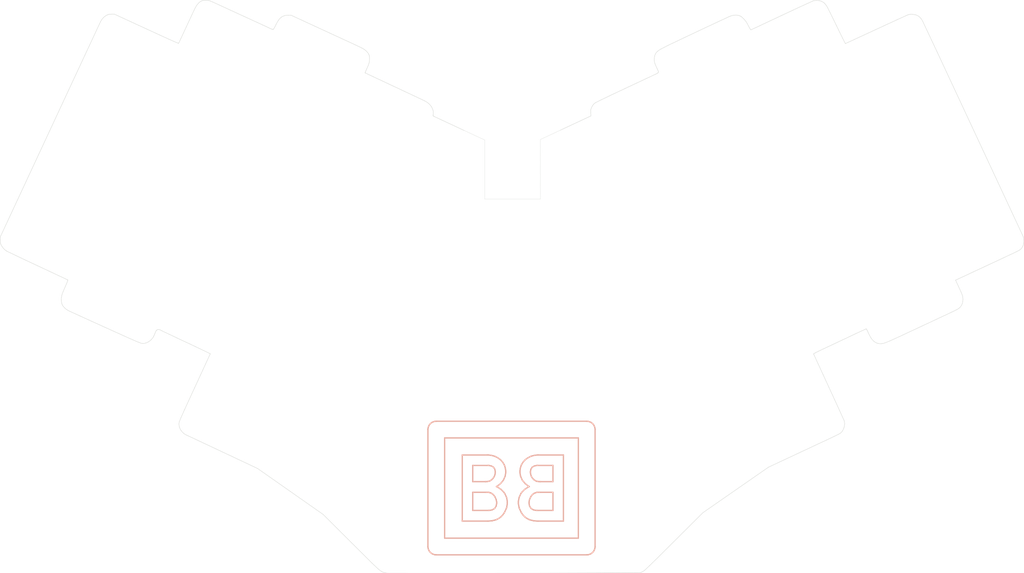
<source format=kicad_pcb>
(kicad_pcb (version 20171130) (host pcbnew "(5.1.10)-1")

  (general
    (thickness 1.6)
    (drawings 643)
    (tracks 0)
    (zones 0)
    (modules 0)
    (nets 1)
  )

  (page A4)
  (layers
    (0 F.Cu signal)
    (31 B.Cu signal)
    (32 B.Adhes user)
    (33 F.Adhes user)
    (34 B.Paste user)
    (35 F.Paste user)
    (36 B.SilkS user)
    (37 F.SilkS user)
    (38 B.Mask user)
    (39 F.Mask user)
    (40 Dwgs.User user)
    (41 Cmts.User user)
    (42 Eco1.User user)
    (43 Eco2.User user)
    (44 Edge.Cuts user)
    (45 Margin user)
    (46 B.CrtYd user)
    (47 F.CrtYd user)
    (48 B.Fab user)
    (49 F.Fab user)
  )

  (setup
    (last_trace_width 0.254)
    (trace_clearance 0.2)
    (zone_clearance 0.508)
    (zone_45_only no)
    (trace_min 0.2)
    (via_size 0.8)
    (via_drill 0.4)
    (via_min_size 0.4)
    (via_min_drill 0.3)
    (uvia_size 0.3)
    (uvia_drill 0.1)
    (uvias_allowed no)
    (uvia_min_size 0.2)
    (uvia_min_drill 0.1)
    (edge_width 0.05)
    (segment_width 0.2)
    (pcb_text_width 0.3)
    (pcb_text_size 1.5 1.5)
    (mod_edge_width 0.12)
    (mod_text_size 1 1)
    (mod_text_width 0.15)
    (pad_size 1.524 1.524)
    (pad_drill 0.762)
    (pad_to_mask_clearance 0)
    (aux_axis_origin 0 0)
    (grid_origin 145.852593 65.458404)
    (visible_elements 7FFFFFFF)
    (pcbplotparams
      (layerselection 0x010fc_ffffffff)
      (usegerberextensions false)
      (usegerberattributes true)
      (usegerberadvancedattributes true)
      (creategerberjobfile true)
      (excludeedgelayer true)
      (linewidth 0.100000)
      (plotframeref false)
      (viasonmask false)
      (mode 1)
      (useauxorigin false)
      (hpglpennumber 1)
      (hpglpenspeed 20)
      (hpglpendiameter 15.000000)
      (psnegative false)
      (psa4output false)
      (plotreference true)
      (plotvalue true)
      (plotinvisibletext false)
      (padsonsilk false)
      (subtractmaskfromsilk false)
      (outputformat 1)
      (mirror false)
      (drillshape 0)
      (scaleselection 1)
      (outputdirectory "../../cases/plates/gerbers/bottom-size-of-pcb/"))
  )

  (net 0 "")

  (net_class Default "This is the default net class."
    (clearance 0.2)
    (trace_width 0.254)
    (via_dia 0.8)
    (via_drill 0.4)
    (uvia_dia 0.3)
    (uvia_drill 0.1)
  )

  (net_class Power ""
    (clearance 0.2)
    (trace_width 0.381)
    (via_dia 0.8)
    (via_drill 0.4)
    (uvia_dia 0.3)
    (uvia_drill 0.1)
  )

  (gr_line (start 152.832593 54.888404) (end 157.58568 52.669192) (layer Edge.Cuts) (width 0.05) (tstamp 6103DB4F))
  (gr_line (start 134.697113 52.739035) (end 139.632593 55.028404) (layer Edge.Cuts) (width 0.05) (tstamp 6103DB42))
  (gr_line (start 152.842593 69.068404) (end 152.832593 54.888404) (layer Edge.Cuts) (width 0.05))
  (gr_line (start 139.622593 69.068404) (end 152.842593 69.068404) (layer Edge.Cuts) (width 0.05))
  (gr_line (start 139.632593 55.028404) (end 139.622593 69.068404) (layer Edge.Cuts) (width 0.05))
  (gr_line (start 48.359828 26.96242) (end 48.132792 27.437256) (layer Edge.Cuts) (width 0.08465))
  (gr_arc (start 50.769304 26.874833) (end 50.663568 25.110532) (angle -8.325537855) (layer Edge.Cuts) (width 0.08465))
  (gr_line (start 51.646205 25.10012) (end 51.01133 25.10012) (layer Edge.Cuts) (width 0.08465))
  (gr_line (start 69.442291 26.640943) (end 68.745445 28.14752) (layer Edge.Cuts) (width 0.08465))
  (gr_line (start 64.651515 31.079707) (end 63.272379 30.452643) (layer Edge.Cuts) (width 0.08465))
  (gr_arc (start 28.295693 78.159932) (end 25.005797 80.322503) (angle -7.046534693) (layer Edge.Cuts) (width 0.08465))
  (gr_arc (start 27.763853 78.523105) (end 24.666986 79.645313) (angle -5.195836834) (layer Edge.Cuts) (width 0.08465))
  (gr_line (start 68.745445 28.14752) (end 68.067693 29.613096) (layer Edge.Cuts) (width 0.08465))
  (gr_line (start 24.560438 78.76822) (end 24.569274 79.140393) (layer Edge.Cuts) (width 0.08465))
  (gr_line (start 48.132792 27.437256) (end 44.701983 34.803391) (layer Edge.Cuts) (width 0.08465))
  (gr_line (start 55.66708 26.951862) (end 51.646205 25.10012) (layer Edge.Cuts) (width 0.08465))
  (gr_line (start 66.86096 32.042604) (end 65.823455 31.595993) (layer Edge.Cuts) (width 0.08465))
  (gr_arc (start 66.73491 31.855805) (end 66.923449 32.029226) (angle -17.4284751) (layer Edge.Cuts) (width 0.08465))
  (gr_line (start 61.610924 29.688143) (end 59.559747 28.74406) (layer Edge.Cuts) (width 0.08465))
  (gr_line (start 65.823455 31.595993) (end 64.651515 31.079707) (layer Edge.Cuts) (width 0.08465))
  (gr_line (start 70.084015 25.26539) (end 69.442291 26.640943) (layer Edge.Cuts) (width 0.08465))
  (gr_line (start 70.625642 24.11409) (end 70.084015 25.26539) (layer Edge.Cuts) (width 0.08465))
  (gr_arc (start 73.211717 23.769084) (end 72.731613 21.846103) (angle -16.6145692) (layer Edge.Cuts) (width 0.08465))
  (gr_arc (start 66.882761 31.991801) (end 66.86096 32.042604) (angle -70.61676722) (layer Edge.Cuts) (width 0.08465))
  (gr_line (start 68.067693 29.613096) (end 67.486152 30.859087) (layer Edge.Cuts) (width 0.08465))
  (gr_line (start 70.837317 23.685171) (end 70.625642 24.11409) (layer Edge.Cuts) (width 0.08465))
  (gr_arc (start 74.156392 24.952652) (end 71.713783 22.436695) (angle -11.50037211) (layer Edge.Cuts) (width 0.08465))
  (gr_line (start 36.315826 52.822995) (end 24.562537 78.09102) (layer Edge.Cuts) (width 0.08465))
  (gr_line (start 44.701983 34.803391) (end 40.842592 43.093382) (layer Edge.Cuts) (width 0.08465))
  (gr_line (start 51.01133 25.10012) (end 50.663568 25.110532) (layer Edge.Cuts) (width 0.08465))
  (gr_arc (start 51.834713 28.648485) (end 49.034969 25.989726) (angle -8.787384875) (layer Edge.Cuts) (width 0.08465))
  (gr_arc (start 51.633431 28.457339) (end 49.458741 25.609209) (angle -9.115989941) (layer Edge.Cuts) (width 0.08465))
  (gr_line (start 57.46717 27.780738) (end 55.66708 26.951862) (layer Edge.Cuts) (width 0.08465))
  (gr_line (start 63.272379 30.452643) (end 61.610924 29.688143) (layer Edge.Cuts) (width 0.08465))
  (gr_arc (start 73.531349 24.308844) (end 72.201816 22.063665) (angle -13.5196217) (layer Edge.Cuts) (width 0.08465))
  (gr_line (start 67.486152 30.859087) (end 66.966736 31.964795) (layer Edge.Cuts) (width 0.08465))
  (gr_arc (start 27.691827 78.556871) (end 24.781339 79.921154) (angle -8.203770925) (layer Edge.Cuts) (width 0.08465))
  (gr_line (start 24.562537 78.09102) (end 24.560438 78.76822) (layer Edge.Cuts) (width 0.08465))
  (gr_arc (start 51.116627 27.780501) (end 49.91088 25.32912) (angle -11.17252704) (layer Edge.Cuts) (width 0.08465))
  (gr_arc (start 76.790377 26.752597) (end 71.261205 22.9742) (angle -7.086374656) (layer Edge.Cuts) (width 0.08465))
  (gr_arc (start 50.713257 26.605497) (end 50.409217 25.144435) (angle -9.239321652) (layer Edge.Cuts) (width 0.08465))
  (gr_line (start 40.842592 43.093382) (end 36.315826 52.822995) (layer Edge.Cuts) (width 0.08465))
  (gr_arc (start 51.927252 28.712647) (end 48.661658 26.448646) (angle -8.599953872) (layer Edge.Cuts) (width 0.08465))
  (gr_line (start 59.559747 28.74406) (end 57.46717 27.780738) (layer Edge.Cuts) (width 0.08465))
  (gr_arc (start 28.300484 78.15587) (end 25.295941 80.709758) (angle -7.041268459) (layer Edge.Cuts) (width 0.08465))
  (gr_arc (start 51.332958 28.220327) (end 50.178575 25.212207) (angle -5.196294965) (layer Edge.Cuts) (width 0.08465))
  (gr_arc (start 26.503186 79.042507) (end 24.569274 79.140393) (angle -7.948777874) (layer Edge.Cuts) (width 0.08465))
  (gr_arc (start 26.136764 79.112712) (end 24.601391 79.406889) (angle -9.072513679) (layer Edge.Cuts) (width 0.08465))
  (gr_arc (start 73.037612 23.071729) (end 72.896697 21.816366) (angle -7.61364047) (layer Edge.Cuts) (width 0.08465))
  (gr_line (start 88.545175 28.455841) (end 88.220559 28.298311) (layer Edge.Cuts) (width 0.08465))
  (gr_line (start 76.49098 22.897759) (end 75.120458 22.272117) (layer Edge.Cuts) (width 0.08465))
  (gr_line (start 85.562374 27.070518) (end 82.453806 25.642513) (layer Edge.Cuts) (width 0.08465))
  (gr_arc (start 89.318304 28.577017) (end 89.368932 28.736531) (angle -38.45317359) (layer Edge.Cuts) (width 0.08465))
  (gr_arc (start 89.314339 28.564521) (end 89.26971 28.739381) (angle -31.92631778) (layer Edge.Cuts) (width 0.08465))
  (gr_line (start 87.786898 28.09279) (end 87.324565 27.876821) (layer Edge.Cuts) (width 0.08465))
  (gr_line (start 73.61288 21.793615) (end 73.377955 21.788121) (layer Edge.Cuts) (width 0.08465))
  (gr_line (start 88.825284 28.585422) (end 88.545175 28.455841) (layer Edge.Cuts) (width 0.08465))
  (gr_line (start 73.12704 21.796592) (end 72.896697 21.816366) (layer Edge.Cuts) (width 0.08465))
  (gr_line (start 89.26971 28.739381) (end 89.071028 28.680277) (layer Edge.Cuts) (width 0.08465))
  (gr_line (start 75.120458 22.272117) (end 74.450804 21.992712) (layer Edge.Cuts) (width 0.08465))
  (gr_line (start 86.90293 27.683159) (end 85.562374 27.070518) (layer Edge.Cuts) (width 0.08465))
  (gr_line (start 79.17314 24.133677) (end 76.49098 22.897759) (layer Edge.Cuts) (width 0.08465))
  (gr_line (start 87.324565 27.876821) (end 86.90293 27.683159) (layer Edge.Cuts) (width 0.08465))
  (gr_line (start 89.071028 28.680277) (end 88.825284 28.585422) (layer Edge.Cuts) (width 0.08465))
  (gr_line (start 73.377955 21.788121) (end 73.12704 21.796592) (layer Edge.Cuts) (width 0.08465))
  (gr_line (start 89.616974 28.41877) (end 89.45715 28.670451) (layer Edge.Cuts) (width 0.08465))
  (gr_line (start 82.453806 25.642513) (end 79.17314 24.133677) (layer Edge.Cuts) (width 0.08465))
  (gr_arc (start 73.086569 25.548772) (end 74.450804 21.992712) (angle -6.985629099) (layer Edge.Cuts) (width 0.08465))
  (gr_line (start 89.806606 28.078535) (end 89.616974 28.41877) (layer Edge.Cuts) (width 0.08465))
  (gr_line (start 88.220559 28.298311) (end 87.786898 28.09279) (layer Edge.Cuts) (width 0.08465))
  (gr_arc (start 73.49732 23.901696) (end 74.008188 21.853191) (angle -10.86544512) (layer Edge.Cuts) (width 0.08465))
  (gr_line (start 111.553593 38.201024) (end 111.928298 37.350803) (layer Edge.Cuts) (width 0.08465))
  (gr_line (start 125.368195 45.730668) (end 124.887635 45.496803) (layer Edge.Cuts) (width 0.08465))
  (gr_arc (start 165.97162 47.943582) (end 164.880762 47.510532) (angle -11.95571026) (layer Edge.Cuts) (width 0.08465))
  (gr_arc (start 124.507597 48.685094) (end 127.344705 48.037212) (angle -19.0474352) (layer Edge.Cuts) (width 0.08465))
  (gr_line (start 107.314299 31.681448) (end 105.652905 30.914504) (layer Edge.Cuts) (width 0.08465))
  (gr_arc (start 110.483787 35.397256) (end 112.244356 35.317938) (angle -8.620551253) (layer Edge.Cuts) (width 0.08465))
  (gr_line (start 111.293993 38.794044) (end 111.409701 38.520206) (layer Edge.Cuts) (width 0.08465))
  (gr_line (start 113.206672 40.00715) (end 111.236819 39.079825) (layer Edge.Cuts) (width 0.08465))
  (gr_arc (start 123.346114 49.76551) (end 126.297663 46.351258) (angle -14.22474888) (layer Edge.Cuts) (width 0.08465))
  (gr_line (start 120.596488 43.475052) (end 117.96948 42.24283) (layer Edge.Cuts) (width 0.08465))
  (gr_line (start 112.253594 35.723695) (end 112.244356 35.317938) (layer Edge.Cuts) (width 0.08465))
  (gr_arc (start 167.432749 48.371591) (end 165.139579 46.976435) (angle -5.289294625) (layer Edge.Cuts) (width 0.08465))
  (gr_line (start 165.452957 46.529077) (end 165.292089 46.743172) (layer Edge.Cuts) (width 0.08465))
  (gr_line (start 101.519868 29.01021) (end 99.32227 27.9961) (layer Edge.Cuts) (width 0.08465))
  (gr_line (start 122.918843 44.567808) (end 120.596488 43.475052) (layer Edge.Cuts) (width 0.08465))
  (gr_line (start 127.334994 49.139476) (end 127.364326 48.936221) (layer Edge.Cuts) (width 0.08465))
  (gr_arc (start 111.223297 39.040057) (end 111.199356 39.030605) (angle -68.8711624) (layer Edge.Cuts) (width 0.08465))
  (gr_arc (start 97.865613 31.392214) (end 90.64227 26.557039) (angle -8.233297545) (layer Edge.Cuts) (width 0.08465))
  (gr_arc (start 93.116476 28.21323) (end 91.287677 25.863728) (angle -18.30593266) (layer Edge.Cuts) (width 0.08465))
  (gr_line (start 165.020732 47.19377) (end 164.880762 47.510532) (layer Edge.Cuts) (width 0.08465))
  (gr_line (start 165.292089 46.743172) (end 165.139579 46.976435) (layer Edge.Cuts) (width 0.08465))
  (gr_arc (start 92.637494 27.597871) (end 92.035527 25.484369) (angle -21.99839951) (layer Edge.Cuts) (width 0.08465))
  (gr_line (start 111.199356 39.030605) (end 111.293993 38.794044) (layer Edge.Cuts) (width 0.08465))
  (gr_line (start 164.79115 48.018571) (end 164.797986 48.497386) (layer Edge.Cuts) (width 0.08465))
  (gr_line (start 127.735546 49.493582) (end 127.544219 49.399474) (layer Edge.Cuts) (width 0.08465))
  (gr_line (start 103.749629 30.038167) (end 101.519868 29.01021) (layer Edge.Cuts) (width 0.08465))
  (gr_arc (start 92.928552 28.619773) (end 92.955405 25.359783) (angle -16.36992698) (layer Edge.Cuts) (width 0.08465))
  (gr_arc (start 111.289189 38.968585) (end 111.20585 39.058982) (angle -17.46333732) (layer Edge.Cuts) (width 0.08465))
  (gr_arc (start 124.01487 48.991918) (end 126.977933 47.146792) (angle -17.24640373) (layer Edge.Cuts) (width 0.08465))
  (gr_arc (start 127.553113 49.162636) (end 127.334994 49.139476) (angle -27.2834289) (layer Edge.Cuts) (width 0.08465))
  (gr_line (start 105.652905 30.914504) (end 103.749629 30.038167) (layer Edge.Cuts) (width 0.08465))
  (gr_arc (start 108.624925 36.930798) (end 111.409257 33.81214) (angle -7.798611135) (layer Edge.Cuts) (width 0.08465))
  (gr_arc (start 128.090982 48.342148) (end 127.406626 49.316081) (angle -7.750309123) (layer Edge.Cuts) (width 0.08465))
  (gr_arc (start 109.193508 35.957113) (end 112.125974 36.785717) (angle -9.42831308) (layer Edge.Cuts) (width 0.08465))
  (gr_line (start 117.96948 42.24283) (end 115.386685 41.031802) (layer Edge.Cuts) (width 0.08465))
  (gr_line (start 110.055015 32.96111) (end 108.803736 32.374506) (layer Edge.Cuts) (width 0.08465))
  (gr_line (start 124.887635 45.496803) (end 122.918843 44.567808) (layer Edge.Cuts) (width 0.08465))
  (gr_arc (start 107.41066 35.453344) (end 111.928298 37.350803) (angle -7.004633582) (layer Edge.Cuts) (width 0.08465))
  (gr_arc (start 125.167243 48.534456) (end 127.364326 48.936221) (angle -23.22624633) (layer Edge.Cuts) (width 0.08465))
  (gr_arc (start 166.441338 48.023841) (end 164.814717 47.745903) (angle -9.513423689) (layer Edge.Cuts) (width 0.08465))
  (gr_line (start 164.823255 49.293102) (end 157.58568 52.669192) (layer Edge.Cuts) (width 0.08465))
  (gr_line (start 110.43563 33.150236) (end 110.055015 32.96111) (layer Edge.Cuts) (width 0.08465))
  (gr_line (start 99.32227 27.9961) (end 97.526505 27.166289) (layer Edge.Cuts) (width 0.08465))
  (gr_line (start 108.803736 32.374506) (end 107.314299 31.681448) (layer Edge.Cuts) (width 0.08465))
  (gr_arc (start 107.852449 38.077789) (end 110.960329 33.463173) (angle -6.29476443) (layer Edge.Cuts) (width 0.08465))
  (gr_arc (start 110.068978 35.595612) (end 112.025002 34.569227) (angle -12.00279311) (layer Edge.Cuts) (width 0.08465))
  (gr_arc (start 109.486319 35.901345) (end 112.145989 34.831015) (angle -5.765947137) (layer Edge.Cuts) (width 0.08465))
  (gr_arc (start 110.98607 35.297799) (end 112.212577 35.054942) (angle -10.72115108) (layer Edge.Cuts) (width 0.08465))
  (gr_arc (start 127.499939 49.183285) (end 127.348643 49.242037) (angle -33.68294948) (layer Edge.Cuts) (width 0.08465))
  (gr_line (start 129.745101 50.432037) (end 127.735546 49.493582) (layer Edge.Cuts) (width 0.08465))
  (gr_line (start 134.697113 52.739035) (end 132.030441 51.497791) (layer Edge.Cuts) (width 0.08465))
  (gr_arc (start 107.119421 35.726302) (end 112.222096 36.294146) (angle -6.379039354) (layer Edge.Cuts) (width 0.08465))
  (gr_line (start 111.409701 38.520206) (end 111.553593 38.201024) (layer Edge.Cuts) (width 0.08465))
  (gr_line (start 115.386685 41.031802) (end 113.206672 40.00715) (layer Edge.Cuts) (width 0.08465))
  (gr_line (start 164.797986 48.497386) (end 164.823255 49.293102) (layer Edge.Cuts) (width 0.08465))
  (gr_line (start 90.024303 27.641286) (end 89.806606 28.078535) (layer Edge.Cuts) (width 0.08465))
  (gr_line (start 132.030441 51.497791) (end 129.745101 50.432037) (layer Edge.Cuts) (width 0.08465))
  (gr_line (start 93.632605 25.365361) (end 92.955405 25.359783) (layer Edge.Cuts) (width 0.08465))
  (gr_line (start 97.526505 27.166289) (end 93.632605 25.365361) (layer Edge.Cuts) (width 0.08465))
  (gr_arc (start 109.096166 36.402973) (end 111.768792 34.184893) (angle -8.551435048) (layer Edge.Cuts) (width 0.08465))
  (gr_line (start 197.609723 25.70813) (end 195.207197 26.823341) (layer Edge.Cuts) (width 0.08465))
  (gr_line (start 202.408622 28.256332) (end 202.187595 27.83661) (layer Edge.Cuts) (width 0.08465))
  (gr_line (start 202.895822 28.806052) (end 202.816535 28.840476) (layer Edge.Cuts) (width 0.08465))
  (gr_line (start 220.630394 22.937071) (end 220.441395 22.700822) (layer Edge.Cuts) (width 0.08465))
  (gr_line (start 217.415962 22.025971) (end 215.314336 22.988605) (layer Edge.Cuts) (width 0.08465))
  (gr_arc (start 199.22928 28.572335) (end 199.033096 25.334825) (angle -8.88189692) (layer Edge.Cuts) (width 0.08465))
  (gr_arc (start 198.5705 28.986367) (end 201.643886 26.876728) (angle -6.413161048) (layer Edge.Cuts) (width 0.08465))
  (gr_line (start 215.314336 22.988605) (end 212.905481 24.103052) (layer Edge.Cuts) (width 0.08465))
  (gr_line (start 202.756571 28.822188) (end 202.597855 28.579543) (layer Edge.Cuts) (width 0.08465))
  (gr_line (start 179.972073 36.697549) (end 180.053374 36.939775) (layer Edge.Cuts) (width 0.08465))
  (gr_arc (start 182.45854 35.677867) (end 180.095306 34.657205) (angle -11.09936146) (layer Edge.Cuts) (width 0.08465))
  (gr_arc (start 199.234382 29.214314) (end 197.994348 25.554375) (angle -6.14453101) (layer Edge.Cuts) (width 0.08465))
  (gr_arc (start 199.286707 27.400145) (end 200.712593 25.856535) (angle -8.411824735) (layer Edge.Cuts) (width 0.08465))
  (gr_line (start 178.036061 40.378559) (end 175.672974 41.487647) (layer Edge.Cuts) (width 0.08465))
  (gr_line (start 201.389013 26.54664) (end 201.055035 26.186659) (layer Edge.Cuts) (width 0.08465))
  (gr_line (start 180.398855 39.267794) (end 180.078426 39.419583) (layer Edge.Cuts) (width 0.08465))
  (gr_arc (start 180.114185 38.35655) (end 180.588695 39.167098) (angle -10.16470575) (layer Edge.Cuts) (width 0.08465))
  (gr_line (start 180.339468 37.62252) (end 180.495132 37.947747) (layer Edge.Cuts) (width 0.08465))
  (gr_arc (start 183.83797 37.747491) (end 181.44237 33.394341) (angle -12.2007128) (layer Edge.Cuts) (width 0.08465))
  (gr_line (start 180.185151 37.269224) (end 180.339468 37.62252) (layer Edge.Cuts) (width 0.08465))
  (gr_arc (start 199.707712 26.783389) (end 200.471443 25.664552) (angle -11.08427078) (layer Edge.Cuts) (width 0.08465))
  (gr_line (start 183.222163 32.481642) (end 181.44237 33.394341) (layer Edge.Cuts) (width 0.08465))
  (gr_line (start 202.187595 27.83661) (end 201.886125 27.268501) (layer Edge.Cuts) (width 0.08465))
  (gr_line (start 180.053374 36.939775) (end 180.185151 37.269224) (layer Edge.Cuts) (width 0.08465))
  (gr_arc (start 181.783677 35.386402) (end 180.576497 33.998943) (angle -25.61539701) (layer Edge.Cuts) (width 0.08465))
  (gr_arc (start 199.617256 30.34437) (end 198.535583 25.403938) (angle -6.367360051) (layer Edge.Cuts) (width 0.08465))
  (gr_arc (start 218.46346 25.26921) (end 218.346318 21.845923) (angle -11.02001997) (layer Edge.Cuts) (width 0.08465))
  (gr_line (start 220.441395 22.700822) (end 220.253127 22.494956) (layer Edge.Cuts) (width 0.08465))
  (gr_arc (start 202.797954 28.793947) (end 202.756571 28.822188) (angle -77.45895619) (layer Edge.Cuts) (width 0.08465))
  (gr_line (start 210.117935 25.409248) (end 207.349462 26.712449) (layer Edge.Cuts) (width 0.08465))
  (gr_arc (start 218.484003 24.678912) (end 219.574725 22.065675) (angle -12.5215507) (layer Edge.Cuts) (width 0.08465))
  (gr_arc (start 166.71383 47.54297) (end 165.596225 46.373039) (angle -7.506957317) (layer Edge.Cuts) (width 0.08465))
  (gr_arc (start 166.635477 47.460951) (end 165.954972 46.11912) (angle -16.79785505) (layer Edge.Cuts) (width 0.08465))
  (gr_line (start 167.312463 45.441912) (end 165.954972 46.11912) (layer Edge.Cuts) (width 0.08465))
  (gr_line (start 169.372666 44.449519) (end 167.312463 45.441912) (layer Edge.Cuts) (width 0.08465))
  (gr_arc (start 199.201669 28.116744) (end 199.501381 25.345885) (angle -9.641084672) (layer Edge.Cuts) (width 0.08465))
  (gr_arc (start 199.217295 27.972284) (end 199.954735 25.435582) (angle -10.03615485) (layer Edge.Cuts) (width 0.08465))
  (gr_line (start 207.349462 26.712449) (end 205.002249 27.816208) (layer Edge.Cuts) (width 0.08465))
  (gr_line (start 172.949655 42.765122) (end 169.372666 44.449519) (layer Edge.Cuts) (width 0.08465))
  (gr_line (start 192.431004 28.12092) (end 189.235835 29.627044) (layer Edge.Cuts) (width 0.08465))
  (gr_arc (start 219.368138 23.360179) (end 220.253127 22.494956) (angle -9.463318566) (layer Edge.Cuts) (width 0.08465))
  (gr_line (start 175.672974 41.487647) (end 172.949655 42.765122) (layer Edge.Cuts) (width 0.08465))
  (gr_line (start 180.588695 39.167098) (end 180.398855 39.267794) (layer Edge.Cuts) (width 0.08465))
  (gr_arc (start 182.514938 35.958318) (end 179.878239 36.204169) (angle -10.88259518) (layer Edge.Cuts) (width 0.08465))
  (gr_line (start 205.002249 27.816208) (end 202.895822 28.806052) (layer Edge.Cuts) (width 0.08465))
  (gr_arc (start 180.640634 38.85424) (end 180.81073 38.976704) (angle -27.60264347) (layer Edge.Cuts) (width 0.08465))
  (gr_line (start 180.078426 39.419583) (end 178.036061 40.378559) (layer Edge.Cuts) (width 0.08465))
  (gr_arc (start 180.377612 38.664872) (end 180.724291 39.070635) (angle -13.73703342) (layer Edge.Cuts) (width 0.08465))
  (gr_arc (start 180.604935 38.849127) (end 180.848112 38.883954) (angle -25.93651145) (layer Edge.Cuts) (width 0.08465))
  (gr_line (start 202.597855 28.579543) (end 202.408622 28.256332) (layer Edge.Cuts) (width 0.08465))
  (gr_line (start 180.755152 38.534034) (end 180.838851 38.774087) (layer Edge.Cuts) (width 0.08465))
  (gr_line (start 195.207197 26.823341) (end 192.431004 28.12092) (layer Edge.Cuts) (width 0.08465))
  (gr_arc (start 199.259191 27.828169) (end 200.242097 25.538594) (angle -7.024095905) (layer Edge.Cuts) (width 0.08465))
  (gr_line (start 201.055035 26.186659) (end 200.712593 25.856535) (layer Edge.Cuts) (width 0.08465))
  (gr_line (start 212.905481 24.103052) (end 210.117935 25.409248) (layer Edge.Cuts) (width 0.08465))
  (gr_arc (start 218.590934 24.42272) (end 220.098827 22.361225) (angle -13.52898553) (layer Edge.Cuts) (width 0.08465))
  (gr_arc (start 218.449808 24.870261) (end 218.982214 21.891356) (angle -12.0930705) (layer Edge.Cuts) (width 0.08465))
  (gr_line (start 180.638365 38.25) (end 180.755152 38.534034) (layer Edge.Cuts) (width 0.08465))
  (gr_line (start 180.495132 37.947747) (end 180.638365 38.25) (layer Edge.Cuts) (width 0.08465))
  (gr_arc (start 183.387497 35.876961) (end 179.869428 35.664478) (angle -8.783265638) (layer Edge.Cuts) (width 0.08465))
  (gr_line (start 189.235835 29.627044) (end 183.222163 32.481642) (layer Edge.Cuts) (width 0.08465))
  (gr_arc (start 218.021073 23.349951) (end 217.69411 21.931439) (angle -11.58244037) (layer Edge.Cuts) (width 0.08465))
  (gr_arc (start 183.369867 35.875897) (end 179.943022 35.131246) (angle -8.803404077) (layer Edge.Cuts) (width 0.08465))
  (gr_arc (start 197.668263 29.605682) (end 201.886125 27.268501) (angle -5.475059635) (layer Edge.Cuts) (width 0.08465))
  (gr_line (start 235.839192 102.74338) (end 238.170563 101.680848) (layer Edge.Cuts) (width 0.08465))
  (gr_arc (start 264.711773 78.988875) (end 267.617196 78.818769) (angle -14.61806979) (layer Edge.Cuts) (width 0.08465))
  (gr_line (start 265.868753 81.551506) (end 266.595019 81.163603) (layer Edge.Cuts) (width 0.08465))
  (gr_line (start 234.624925 103.232604) (end 235.839192 102.74338) (layer Edge.Cuts) (width 0.08465))
  (gr_line (start 238.170563 101.680848) (end 246.849105 97.622145) (layer Edge.Cuts) (width 0.08465))
  (gr_line (start 247.043875 34.138555) (end 243.627836 26.874236) (layer Edge.Cuts) (width 0.08465))
  (gr_arc (start 241.318925 27.509738) (end 242.639706 25.620263) (angle -18.31504159) (layer Edge.Cuts) (width 0.08465))
  (gr_arc (start 263.068199 79.521921) (end 267.480216 78.09102) (angle -7.001428013) (layer Edge.Cuts) (width 0.08465))
  (gr_arc (start 265.85813 79.893449) (end 266.595019 81.163603) (angle -18.59602354) (layer Edge.Cuts) (width 0.08465))
  (gr_arc (start 233.507584 101.154862) (end 232.045864 102.879924) (angle -23.71520078) (layer Edge.Cuts) (width 0.08465))
  (gr_arc (start 234.34457 100.167085) (end 231.317264 102.032283) (angle -18.08570664) (layer Edge.Cuts) (width 0.08465))
  (gr_line (start 252.072704 89.77272) (end 251.81497 89.220259) (layer Edge.Cuts) (width 0.08465))
  (gr_line (start 220.790767 23.170409) (end 220.630394 22.937071) (layer Edge.Cuts) (width 0.08465))
  (gr_arc (start 265.116869 79.242612) (end 266.96159 80.8623) (angle -16.46067471) (layer Edge.Cuts) (width 0.08465))
  (gr_arc (start 216.750572 25.71615) (end 221.011771 23.560657) (angle -5.382979713) (layer Edge.Cuts) (width 0.08465))
  (gr_line (start 221.631494 24.794012) (end 221.011771 23.560657) (layer Edge.Cuts) (width 0.08465))
  (gr_line (start 250.562413 95.880799) (end 251.592477 95.375833) (layer Edge.Cuts) (width 0.08465))
  (gr_line (start 222.359511 26.267747) (end 221.631494 24.794012) (layer Edge.Cuts) (width 0.08465))
  (gr_line (start 223.155406 27.908155) (end 222.359511 26.267747) (layer Edge.Cuts) (width 0.08465))
  (gr_line (start 258.31918 85.094942) (end 264.381698 82.263141) (layer Edge.Cuts) (width 0.08465))
  (gr_line (start 223.93183 29.509174) (end 223.155406 27.908155) (layer Edge.Cuts) (width 0.08465))
  (gr_line (start 224.598061 30.857166) (end 223.93183 29.509174) (layer Edge.Cuts) (width 0.08465))
  (gr_line (start 225.198177 32.055814) (end 224.598061 30.857166) (layer Edge.Cuts) (width 0.08465))
  (gr_arc (start 251.437311 88.356881) (end 251.41915 88.318023) (angle -15.62231924) (layer Edge.Cuts) (width 0.08465))
  (gr_arc (start 225.243423 32.033134) (end 225.198177 32.055814) (angle -63.37682844) (layer Edge.Cuts) (width 0.08465))
  (gr_line (start 235.209062 27.494968) (end 232.44511 28.77529) (layer Edge.Cuts) (width 0.08465))
  (gr_arc (start 225.243423 31.939385) (end 225.243423 32.083745) (angle -24.66504482) (layer Edge.Cuts) (width 0.08465))
  (gr_line (start 227.390926 31.111887) (end 225.303666 32.070574) (layer Edge.Cuts) (width 0.08465))
  (gr_arc (start 240.990448 28.608833) (end 241.979047 25.300933) (angle -13.53263969) (layer Edge.Cuts) (width 0.08465))
  (gr_arc (start 250.370353 92.952247) (end 252.985343 93.88949) (angle -10.54940494) (layer Edge.Cuts) (width 0.08465))
  (gr_line (start 255.673028 86.330335) (end 258.31918 85.094942) (layer Edge.Cuts) (width 0.08465))
  (gr_arc (start 249.925958 92.900524) (end 253.110556 92.343269) (angle -9.395366338) (layer Edge.Cuts) (width 0.08465))
  (gr_line (start 229.708023 30.043811) (end 227.390926 31.111887) (layer Edge.Cuts) (width 0.08465))
  (gr_line (start 232.44511 28.77529) (end 229.708023 30.043811) (layer Edge.Cuts) (width 0.08465))
  (gr_line (start 237.613265 26.38844) (end 235.209062 27.494968) (layer Edge.Cuts) (width 0.08465))
  (gr_arc (start 264.637483 79.020873) (end 267.344933 80.273201) (angle -14.22292247) (layer Edge.Cuts) (width 0.08465))
  (gr_arc (start 250.15069 92.861201) (end 253.15553 92.861202) (angle -9.925440461) (layer Edge.Cuts) (width 0.08465))
  (gr_line (start 251.41915 88.318023) (end 253.443592 87.371866) (layer Edge.Cuts) (width 0.08465))
  (gr_line (start 239.689697 25.4378) (end 237.613265 26.38844) (layer Edge.Cuts) (width 0.08465))
  (gr_line (start 264.381698 82.263141) (end 265.868753 81.551506) (layer Edge.Cuts) (width 0.08465))
  (gr_line (start 240.03478 25.29576) (end 239.689697 25.4378) (layer Edge.Cuts) (width 0.08465))
  (gr_arc (start 233.503861 100.140715) (end 233.813005 103.415008) (angle -14.53612546) (layer Edge.Cuts) (width 0.08465))
  (gr_line (start 256.582912 54.609008) (end 247.043875 34.138555) (layer Edge.Cuts) (width 0.08465))
  (gr_arc (start 264.524926 78.999812) (end 267.569633 79.569606) (angle -13.95053869) (layer Edge.Cuts) (width 0.08465))
  (gr_line (start 253.443592 87.371866) (end 255.673028 86.330335) (layer Edge.Cuts) (width 0.08465))
  (gr_line (start 252.692946 91.121295) (end 252.072704 89.77272) (layer Edge.Cuts) (width 0.08465))
  (gr_arc (start 250.505583 93.000714) (end 252.773682 94.340438) (angle -10.85126764) (layer Edge.Cuts) (width 0.08465))
  (gr_arc (start 250.487229 92.989875) (end 252.480545 94.744463) (angle -10.78586721) (layer Edge.Cuts) (width 0.08465))
  (gr_line (start 246.849105 97.622145) (end 250.562413 95.880799) (layer Edge.Cuts) (width 0.08465))
  (gr_arc (start 251.414402 88.33022) (end 251.409357 88.32435) (angle -73.91768699) (layer Edge.Cuts) (width 0.08465))
  (gr_line (start 251.81497 89.220259) (end 251.599741 88.753653) (layer Edge.Cuts) (width 0.08465))
  (gr_line (start 251.599741 88.753653) (end 251.407363 88.333441) (layer Edge.Cuts) (width 0.08465))
  (gr_arc (start 251.035729 93.472686) (end 252.118937 95.063777) (angle -14.39779316) (layer Edge.Cuts) (width 0.08465))
  (gr_arc (start 241.020148 27.977396) (end 240.300153 25.212666) (angle -5.579048266) (layer Edge.Cuts) (width 0.08465))
  (gr_arc (start 240.753243 26.952495) (end 240.54337 25.166928) (angle -7.893152874) (layer Edge.Cuts) (width 0.08465))
  (gr_arc (start 240.811062 27.444419) (end 240.815812 25.151255) (angle -6.822369787) (layer Edge.Cuts) (width 0.08465))
  (gr_line (start 241.177555 25.16144) (end 240.815812 25.151255) (layer Edge.Cuts) (width 0.08465))
  (gr_arc (start 249.368719 91.024076) (end 251.592477 95.375833) (angle -7.179790816) (layer Edge.Cuts) (width 0.08465))
  (gr_arc (start 233.577435 100.919954) (end 232.863101 103.322143) (angle -21.95434555) (layer Edge.Cuts) (width 0.08465))
  (gr_arc (start 241.247797 27.611489) (end 243.180843 26.139849) (angle -17.76339221) (layer Edge.Cuts) (width 0.08465))
  (gr_arc (start 249.806276 92.861203) (end 253.112736 93.394887) (angle -9.16884704) (layer Edge.Cuts) (width 0.08465))
  (gr_arc (start 239.884062 28.649699) (end 243.627836 26.874236) (angle -11.90976922) (layer Edge.Cuts) (width 0.08465))
  (gr_line (start 252.976866 91.830871) (end 252.692946 91.121295) (layer Edge.Cuts) (width 0.08465))
  (gr_line (start 267.272897 77.563892) (end 256.582912 54.609008) (layer Edge.Cuts) (width 0.08465))
  (gr_line (start 224.871973 121.540204) (end 223.851983 119.289727) (layer Edge.Cuts) (width 0.08465))
  (gr_line (start 184.50438 150.463992) (end 191.403355 143.585174) (layer Edge.Cuts) (width 0.08465))
  (gr_line (start 178.691963 156.214856) (end 180.539038 154.409794) (layer Edge.Cuts) (width 0.08465))
  (gr_line (start 93.463305 138.540999) (end 101.251105 144.004031) (layer Edge.Cuts) (width 0.08465))
  (gr_line (start 135.260148 157.947668) (end 152.676737 157.934803) (layer Edge.Cuts) (width 0.08465))
  (gr_arc (start 221.674662 122.377566) (end 224.888858 123.409665) (angle -14.5799513) (layer Edge.Cuts) (width 0.08465))
  (gr_line (start 226.259638 101.714914) (end 227.749684 101.014624) (layer Edge.Cuts) (width 0.08465))
  (gr_line (start 101.251105 144.004031) (end 107.98078 150.722943) (layer Edge.Cuts) (width 0.08465))
  (gr_arc (start 218.445649 105.679567) (end 217.714085 105.892566) (angle -8.378408878) (layer Edge.Cuts) (width 0.08465))
  (gr_line (start 221.311943 113.74371) (end 219.944605 110.775041) (layer Edge.Cuts) (width 0.08465))
  (gr_arc (start 223.32955 122.238471) (end 224.960938 121.78546) (angle -8.837501806) (layer Edge.Cuts) (width 0.08465))
  (gr_line (start 222.682706 116.725571) (end 221.311943 113.74371) (layer Edge.Cuts) (width 0.08465))
  (gr_arc (start 68.512376 122.474012) (end 67.104578 121.949896) (angle -20.42009445) (layer Edge.Cuts) (width 0.08465))
  (gr_arc (start 116.780061 153.597207) (end 115.990493 157.868383) (angle -10.4471749) (layer Edge.Cuts) (width 0.08465))
  (gr_arc (start 117.905525 152.868439) (end 114.287041 156.92459) (angle -11.36937684) (layer Edge.Cuts) (width 0.08465))
  (gr_arc (start 222.903437 123.12217) (end 224.025646 124.698168) (angle -21.85987385) (layer Edge.Cuts) (width 0.08465))
  (gr_line (start 177.576131 157.262919) (end 178.691963 156.214856) (layer Edge.Cuts) (width 0.08465))
  (gr_line (start 85.675505 133.077967) (end 93.463305 138.540999) (layer Edge.Cuts) (width 0.08465))
  (gr_line (start 77.464455 129.210902) (end 85.675505 133.077967) (layer Edge.Cuts) (width 0.08465))
  (gr_arc (start 70.086344 122.317047) (end 68.070529 124.668375) (angle -15.8187189) (layer Edge.Cuts) (width 0.08465))
  (gr_arc (start 240.538916 96.350582) (end 230.625134 100.713783) (angle -7.88330967) (layer Edge.Cuts) (width 0.08465))
  (gr_line (start 230.48127 100.397382) (end 230.625134 100.713783) (layer Edge.Cuts) (width 0.08465))
  (gr_line (start 116.77807 157.940749) (end 135.260148 157.947668) (layer Edge.Cuts) (width 0.08465))
  (gr_arc (start 116.458111 155.338793) (end 115.15765 157.558319) (angle -19.8934018) (layer Edge.Cuts) (width 0.08465))
  (gr_line (start 74.283801 127.713253) (end 77.464455 129.210902) (layer Edge.Cuts) (width 0.08465))
  (gr_line (start 217.753501 105.793431) (end 218.181639 105.553156) (layer Edge.Cuts) (width 0.08465))
  (gr_line (start 167.024155 157.883208) (end 176.589605 157.83132) (layer Edge.Cuts) (width 0.08465))
  (gr_line (start 214.72443 129.13713) (end 220.798928 126.290235) (layer Edge.Cuts) (width 0.08465))
  (gr_line (start 107.98078 150.722943) (end 112.832337 155.554935) (layer Edge.Cuts) (width 0.08465))
  (gr_line (start 69.141177 125.293518) (end 71.528638 126.416628) (layer Edge.Cuts) (width 0.08465))
  (gr_arc (start 217.797429 105.8683) (end 217.753501 105.793431) (angle -75.83182132) (layer Edge.Cuts) (width 0.08465))
  (gr_arc (start 222.634108 122.431582) (end 225.045163 122.567317) (angle -18.7412743) (layer Edge.Cuts) (width 0.08465))
  (gr_arc (start 222.278397 122.244384) (end 223.622562 124.94015) (angle -8.951463178) (layer Edge.Cuts) (width 0.08465))
  (gr_line (start 230.232836 99.909242) (end 230.3498 100.130853) (layer Edge.Cuts) (width 0.08465))
  (gr_line (start 180.539038 154.409794) (end 184.50438 150.463992) (layer Edge.Cuts) (width 0.08465))
  (gr_line (start 230.3498 100.130853) (end 230.48127 100.397382) (layer Edge.Cuts) (width 0.08465))
  (gr_line (start 220.798928 126.290235) (end 222.65481 125.412305) (layer Edge.Cuts) (width 0.08465))
  (gr_arc (start 230.197945 99.928017) (end 230.232836 99.909242) (angle -61.71482577) (layer Edge.Cuts) (width 0.08465))
  (gr_line (start 219.944605 110.775041) (end 218.786924 108.253683) (layer Edge.Cuts) (width 0.08465))
  (gr_line (start 224.603733 102.495483) (end 226.259638 101.714914) (layer Edge.Cuts) (width 0.08465))
  (gr_line (start 223.851983 119.289727) (end 222.682706 116.725571) (layer Edge.Cuts) (width 0.08465))
  (gr_arc (start 221.811466 122.421491) (end 224.53176 124.167009) (angle -14.88464819) (layer Edge.Cuts) (width 0.08465))
  (gr_line (start 152.676737 157.934803) (end 167.024155 157.883208) (layer Edge.Cuts) (width 0.08465))
  (gr_line (start 68.78783 125.128828) (end 69.141177 125.293518) (layer Edge.Cuts) (width 0.08465))
  (gr_arc (start 176.242435 155.809049) (end 177.097505 157.587065) (angle -16.84800415) (layer Edge.Cuts) (width 0.08465))
  (gr_arc (start 70.020277 122.341393) (end 67.135655 123.271794) (angle -15.92956839) (layer Edge.Cuts) (width 0.08465))
  (gr_arc (start 230.197945 100.005506) (end 230.197945 99.888395) (angle -24.8605298) (layer Edge.Cuts) (width 0.08465))
  (gr_line (start 112.832337 155.554935) (end 114.287041 156.92459) (layer Edge.Cuts) (width 0.08465))
  (gr_line (start 229.014699 100.424935) (end 230.148711 99.899248) (layer Edge.Cuts) (width 0.08465))
  (gr_line (start 220.030315 104.650522) (end 221.200503 104.099282) (layer Edge.Cuts) (width 0.08465))
  (gr_line (start 222.65481 125.412305) (end 223.622562 124.94015) (layer Edge.Cuts) (width 0.08465))
  (gr_line (start 206.978955 132.765527) (end 214.72443 129.13713) (layer Edge.Cuts) (width 0.08465))
  (gr_line (start 71.528638 126.416628) (end 74.283801 127.713253) (layer Edge.Cuts) (width 0.08465))
  (gr_line (start 191.403355 143.585174) (end 199.191155 138.175351) (layer Edge.Cuts) (width 0.08465))
  (gr_arc (start 69.609085 122.474015) (end 67.01018 122.474013) (angle -17.87660897) (layer Edge.Cuts) (width 0.08465))
  (gr_line (start 227.749684 101.014624) (end 229.014699 100.424935) (layer Edge.Cuts) (width 0.08465))
  (gr_line (start 221.200503 104.099282) (end 222.831591 103.330687) (layer Edge.Cuts) (width 0.08465))
  (gr_line (start 218.786924 108.253683) (end 217.752929 105.996889) (layer Edge.Cuts) (width 0.08465))
  (gr_line (start 176.589605 157.83132) (end 177.097505 157.587065) (layer Edge.Cuts) (width 0.08465))
  (gr_arc (start 70.126376 122.270353) (end 67.501779 124.027767) (angle -15.58718841) (layer Edge.Cuts) (width 0.08465))
  (gr_line (start 199.191155 138.175351) (end 206.978955 132.765527) (layer Edge.Cuts) (width 0.08465))
  (gr_line (start 218.181639 105.553156) (end 218.850666 105.212685) (layer Edge.Cuts) (width 0.08465))
  (gr_line (start 222.831591 103.330687) (end 224.603733 102.495483) (layer Edge.Cuts) (width 0.08465))
  (gr_line (start 218.850666 105.212685) (end 220.030315 104.650522) (layer Edge.Cuts) (width 0.08465))
  (gr_line (start 61.50865 100.509924) (end 61.61396 100.313582) (layer Edge.Cuts) (width 0.08465))
  (gr_line (start 61.295465 100.998031) (end 61.397522 100.746954) (layer Edge.Cuts) (width 0.08465))
  (gr_line (start 61.192503 101.256202) (end 61.295465 100.998031) (layer Edge.Cuts) (width 0.08465))
  (gr_arc (start 42.395828 92.304058) (end 39.560873 94.574233) (angle -7.860189472) (layer Edge.Cuts) (width 0.08465))
  (gr_arc (start 40.46113 88.463434) (end 40.623317 88.286832) (angle -17.31613578) (layer Edge.Cuts) (width 0.08465))
  (gr_arc (start 59.793287 101.145477) (end 60.889411 101.87767) (angle -6.977615131) (layer Edge.Cuts) (width 0.08465))
  (gr_line (start 55.063006 102.069335) (end 56.905865 102.876179) (layer Edge.Cuts) (width 0.08465))
  (gr_line (start 39.092775 93.101233) (end 39.12065 93.470037) (layer Edge.Cuts) (width 0.08465))
  (gr_line (start 28.323707 82.488175) (end 30.696318 83.613343) (layer Edge.Cuts) (width 0.08465))
  (gr_line (start 43.536388 96.842567) (end 46.338016 98.119957) (layer Edge.Cuts) (width 0.08465))
  (gr_line (start 70.701357 113.948701) (end 68.330611 119.102182) (layer Edge.Cuts) (width 0.08465))
  (gr_arc (start 40.589093 88.324098) (end 40.636518 88.34173) (angle -67.83193612) (layer Edge.Cuts) (width 0.08465))
  (gr_line (start 67.509775 120.942724) (end 67.104578 121.949896) (layer Edge.Cuts) (width 0.08465))
  (gr_line (start 68.330611 119.102182) (end 67.509775 120.942724) (layer Edge.Cuts) (width 0.08465))
  (gr_arc (start 41.884737 93.192006) (end 39.12065 93.470037) (angle -5.939554663) (layer Edge.Cuts) (width 0.08465))
  (gr_arc (start 42.495403 92.244125) (end 40.300689 95.274734) (angle -7.896357632) (layer Edge.Cuts) (width 0.08465))
  (gr_line (start 36.177504 86.181882) (end 38.48778 87.267937) (layer Edge.Cuts) (width 0.08465))
  (gr_line (start 72.119245 110.871858) (end 70.701357 113.948701) (layer Edge.Cuts) (width 0.08465))
  (gr_line (start 73.319078 108.266393) (end 72.119245 110.871858) (layer Edge.Cuts) (width 0.08465))
  (gr_line (start 74.397734 105.92299) (end 73.319078 108.266393) (layer Edge.Cuts) (width 0.08465))
  (gr_arc (start 58.337082 100.599202) (end 59.131255 103.260321) (angle -14.7130201) (layer Edge.Cuts) (width 0.08465))
  (gr_arc (start 41.300232 93.181392) (end 39.321075 94.205263) (angle -11.33325466) (layer Edge.Cuts) (width 0.08465))
  (gr_arc (start 41.033884 93.367954) (end 39.16426 93.75457) (angle -7.335708046) (layer Edge.Cuts) (width 0.08465))
  (gr_line (start 40.048813 89.779728) (end 39.49422 91.062311) (layer Edge.Cuts) (width 0.08465))
  (gr_arc (start 57.450709 99.580663) (end 60.376122 102.503483) (angle -11.23220104) (layer Edge.Cuts) (width 0.08465))
  (gr_line (start 74.429391 105.849712) (end 74.397734 105.92299) (layer Edge.Cuts) (width 0.08465))
  (gr_line (start 63.012578 100.385259) (end 64.660611 101.170931) (layer Edge.Cuts) (width 0.08465))
  (gr_arc (start 63.841269 98.650418) (end 62.779192 100.253039) (angle -8.000281668) (layer Edge.Cuts) (width 0.08465))
  (gr_line (start 33.446455 84.903709) (end 36.177504 86.181882) (layer Edge.Cuts) (width 0.08465))
  (gr_line (start 60.970241 101.739089) (end 61.078664 101.514522) (layer Edge.Cuts) (width 0.08465))
  (gr_line (start 56.905865 102.876179) (end 57.899164 103.263057) (layer Edge.Cuts) (width 0.08465))
  (gr_arc (start 62.018952 100.544763) (end 61.689207 100.215018) (angle -15.28101747) (layer Edge.Cuts) (width 0.08465))
  (gr_arc (start 74.38901 105.833386) (end 74.429391 105.849712) (angle -86.06775004) (layer Edge.Cuts) (width 0.08465))
  (gr_line (start 72.813704 105.019499) (end 74.408067 105.79422) (layer Edge.Cuts) (width 0.08465))
  (gr_line (start 30.696318 83.613343) (end 33.446455 84.903709) (layer Edge.Cuts) (width 0.08465))
  (gr_line (start 41.118081 95.735572) (end 43.536388 96.842567) (layer Edge.Cuts) (width 0.08465))
  (gr_line (start 49.567712 99.585334) (end 55.063006 102.069335) (layer Edge.Cuts) (width 0.08465))
  (gr_line (start 40.48189 88.750472) (end 40.289693 89.226334) (layer Edge.Cuts) (width 0.08465))
  (gr_line (start 68.7701 103.103467) (end 70.99251 104.146969) (layer Edge.Cuts) (width 0.08465))
  (gr_line (start 70.99251 104.146969) (end 72.813704 105.019499) (layer Edge.Cuts) (width 0.08465))
  (gr_line (start 40.737849 95.547512) (end 41.118081 95.735572) (layer Edge.Cuts) (width 0.08465))
  (gr_arc (start 40.751371 93.465334) (end 39.228927 93.990125) (angle -8.334464194) (layer Edge.Cuts) (width 0.08465))
  (gr_arc (start 27.156532 79.6483) (end 25.992413 81.34593) (angle -8.837730648) (layer Edge.Cuts) (width 0.08465))
  (gr_line (start 40.636518 88.34173) (end 40.48189 88.750472) (layer Edge.Cuts) (width 0.08465))
  (gr_arc (start 62.140398 101.206754) (end 62.492429 100.115014) (angle -15.87414458) (layer Edge.Cuts) (width 0.08465))
  (gr_arc (start 27.82614 78.671825) (end 25.631667 81.058806) (angle -8.1541015) (layer Edge.Cuts) (width 0.08465))
  (gr_arc (start 58.455762 101.696159) (end 57.899164 103.263057) (angle -19.5630877) (layer Edge.Cuts) (width 0.08465))
  (gr_arc (start 43.556538 92.875033) (end 39.108536 92.437279) (angle -8.521682559) (layer Edge.Cuts) (width 0.08465))
  (gr_line (start 46.338016 98.119957) (end 49.567712 99.585334) (layer Edge.Cuts) (width 0.08465))
  (gr_arc (start 42.502641 92.771311) (end 39.225202 91.827955) (angle -10.43688306) (layer Edge.Cuts) (width 0.08465))
  (gr_arc (start 45.99511 93.776557) (end 39.49422 91.062311) (angle -6.603916648) (layer Edge.Cuts) (width 0.08465))
  (gr_arc (start 58.130504 100.259849) (end 59.781079 102.971361) (angle -13.69524295) (layer Edge.Cuts) (width 0.08465))
  (gr_line (start 61.397522 100.746954) (end 61.50865 100.509924) (layer Edge.Cuts) (width 0.08465))
  (gr_arc (start 42.634267 92.052379) (end 39.897969 94.940602) (angle -7.541297745) (layer Edge.Cuts) (width 0.08465))
  (gr_arc (start 62.147725 100.996714) (end 62.180386 100.060359) (angle -17.59320905) (layer Edge.Cuts) (width 0.08465))
  (gr_line (start 40.289693 89.226334) (end 40.048813 89.779728) (layer Edge.Cuts) (width 0.08465))
  (gr_line (start 26.267052 81.504626) (end 28.323707 82.488175) (layer Edge.Cuts) (width 0.08465))
  (gr_line (start 38.48778 87.267937) (end 40.563402 88.246562) (layer Edge.Cuts) (width 0.08465))
  (gr_arc (start 58.455677 100.996582) (end 58.455962 103.358979) (angle -16.61000958) (layer Edge.Cuts) (width 0.08465))
  (gr_line (start 66.565656 102.071741) (end 68.7701 103.103467) (layer Edge.Cuts) (width 0.08465))
  (gr_line (start 61.078664 101.514522) (end 61.192503 101.256202) (layer Edge.Cuts) (width 0.08465))
  (gr_line (start 64.660611 101.170931) (end 66.565656 102.071741) (layer Edge.Cuts) (width 0.08465))
  (gr_arc (start 62.133999 101.226601) (end 62.779192 100.253039) (angle -15.66109917) (layer Edge.Cuts) (width 0.08465))
  (gr_arc (start 62.022593 100.548404) (end 61.895838 100.094283) (angle -29.40449979) (layer Edge.Cuts) (width 0.08465))
  (gr_line (start 140.457333 138.750424) (end 140.248412 138.736964) (layer B.SilkS) (width 0.32))
  (gr_line (start 140.540013 138.754604) (end 140.488793 138.754604) (layer B.SilkS) (width 0.32))
  (gr_line (start 140.693833 138.777745) (end 140.540013 138.754604) (layer B.SilkS) (width 0.32))
  (gr_line (start 140.488793 138.754604) (end 140.457333 138.750424) (layer B.SilkS) (width 0.32))
  (gr_line (start 140.248412 138.736964) (end 139.989113 138.731164) (layer B.SilkS) (width 0.32))
  (gr_line (start 140.934153 138.848304) (end 140.891173 138.832625) (layer B.SilkS) (width 0.32))
  (gr_line (start 139.738572 136.199144) (end 139.858453 136.199144) (layer B.SilkS) (width 0.32))
  (gr_line (start 141.999393 133.251004) (end 141.678573 132.753004) (layer B.SilkS) (width 0.32))
  (gr_line (start 141.964393 139.704064) (end 141.795693 139.472564) (layer B.SilkS) (width 0.32))
  (gr_line (start 141.017393 138.879764) (end 140.934153 138.848304) (layer B.SilkS) (width 0.32))
  (gr_line (start 141.256372 139.003444) (end 141.017393 138.879764) (layer B.SilkS) (width 0.32))
  (gr_line (start 144.263233 132.260404) (end 144.317773 132.381404) (layer B.SilkS) (width 0.32))
  (gr_line (start 141.543532 139.211584) (end 141.256372 139.003444) (layer B.SilkS) (width 0.32))
  (gr_line (start 141.795693 139.472564) (end 141.543532 139.211584) (layer B.SilkS) (width 0.32))
  (gr_line (start 142.012593 139.786184) (end 141.964393 139.704064) (layer B.SilkS) (width 0.32))
  (gr_line (start 142.434573 141.029724) (end 142.329033 140.471644) (layer B.SilkS) (width 0.32))
  (gr_line (start 140.582213 132.354404) (end 140.395093 132.354404) (layer B.SilkS) (width 0.32))
  (gr_line (start 142.434573 141.216064) (end 142.434573 141.029724) (layer B.SilkS) (width 0.32))
  (gr_line (start 142.106573 134.082484) (end 142.106573 133.948564) (layer B.SilkS) (width 0.32))
  (gr_line (start 144.177233 138.758204) (end 144.286653 138.918564) (layer B.SilkS) (width 0.32))
  (gr_line (start 140.395093 132.354404) (end 136.761213 132.354404) (layer B.SilkS) (width 0.32))
  (gr_line (start 141.143612 132.454004) (end 140.582213 132.354404) (layer B.SilkS) (width 0.32))
  (gr_line (start 141.605273 135.399044) (end 141.883613 134.968304) (layer B.SilkS) (width 0.32))
  (gr_line (start 142.387733 137.371364) (end 142.594673 137.468864) (layer B.SilkS) (width 0.32))
  (gr_line (start 140.582492 136.128864) (end 140.633233 136.113204) (layer B.SilkS) (width 0.32))
  (gr_line (start 144.317773 132.381404) (end 144.509333 133.016404) (layer B.SilkS) (width 0.32))
  (gr_line (start 141.321352 135.693404) (end 141.605273 135.399044) (layer B.SilkS) (width 0.32))
  (gr_line (start 140.218913 136.181504) (end 140.531493 136.140444) (layer B.SilkS) (width 0.32))
  (gr_line (start 141.160693 135.820184) (end 141.215513 135.777224) (layer B.SilkS) (width 0.32))
  (gr_line (start 143.349053 131.018004) (end 143.446633 131.104004) (layer B.SilkS) (width 0.32))
  (gr_line (start 144.591453 133.831164) (end 144.591453 134.099624) (layer B.SilkS) (width 0.32))
  (gr_line (start 144.796493 139.961724) (end 144.966533 140.867104) (layer B.SilkS) (width 0.32))
  (gr_line (start 142.709893 130.537404) (end 143.251193 130.928204) (layer B.SilkS) (width 0.32))
  (gr_line (start 141.832873 130.123204) (end 141.965733 130.174204) (layer B.SilkS) (width 0.32))
  (gr_line (start 141.215513 135.777224) (end 141.321352 135.693404) (layer B.SilkS) (width 0.32))
  (gr_line (start 144.286653 138.918564) (end 144.399913 139.078724) (layer B.SilkS) (width 0.32))
  (gr_line (start 144.453673 134.905164) (end 144.040493 135.853284) (layer B.SilkS) (width 0.32))
  (gr_line (start 140.893073 135.993824) (end 141.160693 135.820184) (layer B.SilkS) (width 0.32))
  (gr_line (start 140.633233 136.113204) (end 140.893073 135.993824) (layer B.SilkS) (width 0.32))
  (gr_line (start 142.106573 133.948564) (end 142.106573 133.774084) (layer B.SilkS) (width 0.32))
  (gr_line (start 144.208353 132.139204) (end 144.263233 132.260404) (layer B.SilkS) (width 0.32))
  (gr_line (start 142.644053 137.223884) (end 142.387733 137.371364) (layer B.SilkS) (width 0.32))
  (gr_line (start 142.594673 137.468864) (end 143.483813 138.050945) (layer B.SilkS) (width 0.32))
  (gr_line (start 143.251193 130.928204) (end 143.349053 131.018004) (layer B.SilkS) (width 0.32))
  (gr_line (start 144.591453 133.627464) (end 144.591453 133.831164) (layer B.SilkS) (width 0.32))
  (gr_line (start 142.098593 130.224804) (end 142.709893 130.537404) (layer B.SilkS) (width 0.32))
  (gr_line (start 139.858453 136.199144) (end 140.218913 136.181504) (layer B.SilkS) (width 0.32))
  (gr_line (start 136.761213 132.354404) (end 136.761213 136.199144) (layer B.SilkS) (width 0.32))
  (gr_line (start 144.966533 140.867104) (end 144.966533 141.169224) (layer B.SilkS) (width 0.32))
  (gr_line (start 144.399913 139.078724) (end 144.796493 139.961724) (layer B.SilkS) (width 0.32))
  (gr_line (start 144.591453 134.099624) (end 144.453673 134.905164) (layer B.SilkS) (width 0.32))
  (gr_line (start 143.483813 138.050945) (end 144.177233 138.758204) (layer B.SilkS) (width 0.32))
  (gr_line (start 141.133393 129.945404) (end 141.832873 130.123204) (layer B.SilkS) (width 0.32))
  (gr_line (start 142.050613 134.484644) (end 142.106573 134.082484) (layer B.SilkS) (width 0.32))
  (gr_line (start 140.456553 129.869204) (end 141.133393 129.945404) (layer B.SilkS) (width 0.32))
  (gr_line (start 140.531493 136.140444) (end 140.582492 136.128864) (layer B.SilkS) (width 0.32))
  (gr_line (start 144.040493 135.853284) (end 143.351793 136.675104) (layer B.SilkS) (width 0.32))
  (gr_line (start 142.329033 140.471644) (end 142.082853 139.895344) (layer B.SilkS) (width 0.32))
  (gr_line (start 142.082853 139.895344) (end 142.012593 139.786184) (layer B.SilkS) (width 0.32))
  (gr_line (start 143.446633 131.104004) (end 143.870453 131.586204) (layer B.SilkS) (width 0.32))
  (gr_line (start 143.870453 131.586204) (end 144.208353 132.139204) (layer B.SilkS) (width 0.32))
  (gr_line (start 136.761213 136.199144) (end 139.738572 136.199144) (layer B.SilkS) (width 0.32))
  (gr_line (start 141.678573 132.753004) (end 141.143612 132.454004) (layer B.SilkS) (width 0.32))
  (gr_line (start 143.351793 136.675104) (end 142.644053 137.223884) (layer B.SilkS) (width 0.32))
  (gr_line (start 141.965733 130.174204) (end 142.098593 130.224804) (layer B.SilkS) (width 0.32))
  (gr_line (start 144.509333 133.016404) (end 144.591453 133.627464) (layer B.SilkS) (width 0.32))
  (gr_line (start 142.106573 133.774084) (end 141.999393 133.251004) (layer B.SilkS) (width 0.32))
  (gr_line (start 140.891173 138.832625) (end 140.693833 138.777745) (layer B.SilkS) (width 0.32))
  (gr_line (start 141.883613 134.968304) (end 142.050613 134.484644) (layer B.SilkS) (width 0.32))
  (gr_line (start 141.379853 145.482984) (end 141.278093 145.498444) (layer B.SilkS) (width 0.32))
  (gr_line (start 141.959953 145.353724) (end 141.485113 145.463444) (layer B.SilkS) (width 0.32))
  (gr_line (start 126.120793 123.732004) (end 126.160756 123.431404) (layer B.SilkS) (width 0.32))
  (gr_line (start 142.364313 145.228924) (end 141.959953 145.353724) (layer B.SilkS) (width 0.32))
  (gr_line (start 144.747733 142.540604) (end 144.298233 143.517664) (layer B.SilkS) (width 0.32))
  (gr_line (start 165.808393 123.732004) (end 165.808393 123.832404) (layer B.SilkS) (width 0.32))
  (gr_line (start 161.839593 149.629244) (end 130.089553 149.629244) (layer B.SilkS) (width 0.32))
  (gr_line (start 126.993919 122.185804) (end 127.331265 122.003404) (layer B.SilkS) (width 0.32))
  (gr_line (start 126.700671 122.427804) (end 126.993919 122.185804) (layer B.SilkS) (width 0.32))
  (gr_line (start 164.224593 153.557766) (end 163.923993 153.598004) (layer B.SilkS) (width 0.32))
  (gr_line (start 165.652593 152.387256) (end 165.470193 152.724604) (layer B.SilkS) (width 0.32))
  (gr_line (start 143.876233 144.117384) (end 143.520713 144.498244) (layer B.SilkS) (width 0.32))
  (gr_line (start 144.298233 143.517664) (end 144.239813 143.607484) (layer B.SilkS) (width 0.32))
  (gr_line (start 165.767993 123.431404) (end 165.808393 123.732004) (layer B.SilkS) (width 0.32))
  (gr_line (start 144.966533 141.169224) (end 144.966533 141.485584) (layer B.SilkS) (width 0.32))
  (gr_line (start 127.704159 153.557766) (end 127.331265 153.442286) (layer B.SilkS) (width 0.32))
  (gr_line (start 126.160756 152.014364) (end 126.120793 151.713676) (layer B.SilkS) (width 0.32))
  (gr_line (start 126.993919 153.259834) (end 126.700671 153.01785) (layer B.SilkS) (width 0.32))
  (gr_line (start 164.934793 153.259834) (end 164.597593 153.442286) (layer B.SilkS) (width 0.32))
  (gr_line (start 144.966533 141.485584) (end 144.810333 142.329784) (layer B.SilkS) (width 0.32))
  (gr_line (start 165.808393 151.613628) (end 165.808393 151.713676) (layer B.SilkS) (width 0.32))
  (gr_line (start 130.089553 149.629244) (end 130.089553 125.816804) (layer B.SilkS) (width 0.32))
  (gr_line (start 130.089553 125.816804) (end 161.839593 125.816804) (layer B.SilkS) (width 0.32))
  (gr_line (start 128.004845 121.848004) (end 128.105169 121.848004) (layer B.SilkS) (width 0.32))
  (gr_line (start 165.470193 152.724604) (end 165.228193 153.01785) (layer B.SilkS) (width 0.32))
  (gr_line (start 165.808393 151.713676) (end 165.767993 152.014364) (layer B.SilkS) (width 0.32))
  (gr_line (start 126.120793 151.713676) (end 126.120793 151.613628) (layer B.SilkS) (width 0.32))
  (gr_line (start 163.823993 153.598004) (end 128.105169 153.598004) (layer B.SilkS) (width 0.32))
  (gr_line (start 142.434573 145.201604) (end 142.364313 145.228924) (layer B.SilkS) (width 0.32))
  (gr_line (start 143.442753 144.568524) (end 143.368313 144.634984) (layer B.SilkS) (width 0.32))
  (gr_line (start 144.779133 142.435344) (end 144.747733 142.540604) (layer B.SilkS) (width 0.32))
  (gr_line (start 164.597593 153.442286) (end 164.224593 153.557766) (layer B.SilkS) (width 0.32))
  (gr_line (start 126.120793 151.613628) (end 126.120793 123.832404) (layer B.SilkS) (width 0.32))
  (gr_line (start 127.331265 122.003404) (end 127.704159 121.888004) (layer B.SilkS) (width 0.32))
  (gr_line (start 126.276236 123.058404) (end 126.458687 122.721205) (layer B.SilkS) (width 0.32))
  (gr_line (start 165.767993 152.014364) (end 165.652593 152.387256) (layer B.SilkS) (width 0.32))
  (gr_line (start 126.458687 122.721205) (end 126.700671 122.427804) (layer B.SilkS) (width 0.32))
  (gr_line (start 134.276033 129.869204) (end 140.231053 129.869204) (layer B.SilkS) (width 0.32))
  (gr_line (start 141.278093 145.498444) (end 140.492613 145.576684) (layer B.SilkS) (width 0.32))
  (gr_line (start 144.184913 143.697364) (end 143.876233 144.117384) (layer B.SilkS) (width 0.32))
  (gr_line (start 142.528273 145.162444) (end 142.434573 145.201604) (layer B.SilkS) (width 0.32))
  (gr_line (start 144.810333 142.329784) (end 144.779133 142.435344) (layer B.SilkS) (width 0.32))
  (gr_line (start 128.004845 153.598004) (end 127.704159 153.557766) (layer B.SilkS) (width 0.32))
  (gr_line (start 141.485113 145.463444) (end 141.379853 145.482984) (layer B.SilkS) (width 0.32))
  (gr_line (start 126.120793 123.832404) (end 126.120793 123.732004) (layer B.SilkS) (width 0.32))
  (gr_line (start 144.239813 143.607484) (end 144.184913 143.697364) (layer B.SilkS) (width 0.32))
  (gr_line (start 126.458687 152.724604) (end 126.276236 152.387256) (layer B.SilkS) (width 0.32))
  (gr_line (start 165.228193 153.01785) (end 164.934793 153.259834) (layer B.SilkS) (width 0.32))
  (gr_line (start 140.231053 129.869204) (end 140.456553 129.869204) (layer B.SilkS) (width 0.32))
  (gr_line (start 140.231053 145.576684) (end 134.276033 145.576684) (layer B.SilkS) (width 0.32))
  (gr_line (start 127.704159 121.888004) (end 128.004845 121.848004) (layer B.SilkS) (width 0.32))
  (gr_line (start 142.967833 144.926024) (end 142.528273 145.162444) (layer B.SilkS) (width 0.32))
  (gr_line (start 126.160756 123.431404) (end 126.276236 123.058404) (layer B.SilkS) (width 0.32))
  (gr_line (start 127.331265 153.442286) (end 126.993919 153.259834) (layer B.SilkS) (width 0.32))
  (gr_line (start 161.839593 125.816804) (end 161.839593 149.629244) (layer B.SilkS) (width 0.32))
  (gr_line (start 126.700671 153.01785) (end 126.458687 152.724604) (layer B.SilkS) (width 0.32))
  (gr_line (start 165.808393 123.832404) (end 165.808393 151.613628) (layer B.SilkS) (width 0.32))
  (gr_line (start 163.923993 153.598004) (end 163.823993 153.598004) (layer B.SilkS) (width 0.32))
  (gr_line (start 134.276033 145.576684) (end 134.276033 129.869204) (layer B.SilkS) (width 0.32))
  (gr_line (start 143.368313 144.634984) (end 142.967833 144.926024) (layer B.SilkS) (width 0.32))
  (gr_line (start 140.492613 145.576684) (end 140.231053 145.576684) (layer B.SilkS) (width 0.32))
  (gr_line (start 126.276236 152.387256) (end 126.160756 152.014364) (layer B.SilkS) (width 0.32))
  (gr_line (start 143.520713 144.498244) (end 143.442753 144.568524) (layer B.SilkS) (width 0.32))
  (gr_line (start 128.105169 153.598004) (end 128.004845 153.598004) (layer B.SilkS) (width 0.32))
  (gr_line (start 150.602793 139.703784) (end 150.554793 139.785904) (layer B.SilkS) (width 0.32))
  (gr_line (start 141.353093 142.930364) (end 141.953892 142.587464) (layer B.SilkS) (width 0.32))
  (gr_line (start 150.252793 142.016164) (end 150.613193 142.587464) (layer B.SilkS) (width 0.32))
  (gr_line (start 147.600793 141.169224) (end 147.600793 140.867104) (layer B.SilkS) (width 0.32))
  (gr_line (start 150.238193 140.471644) (end 150.132793 141.029724) (layer B.SilkS) (width 0.32))
  (gr_line (start 150.460993 133.774084) (end 150.460993 133.948564) (layer B.SilkS) (width 0.32))
  (gr_line (start 152.027392 138.754604) (end 151.873593 138.777745) (layer B.SilkS) (width 0.32))
  (gr_line (start 155.806193 138.731164) (end 152.664793 138.731164) (layer B.SilkS) (width 0.32))
  (gr_line (start 151.023593 139.211584) (end 150.771393 139.472284) (layer B.SilkS) (width 0.32))
  (gr_line (start 150.771393 139.472284) (end 150.602793 139.703784) (layer B.SilkS) (width 0.32))
  (gr_line (start 152.348193 136.181504) (end 152.708593 136.199144) (layer B.SilkS) (width 0.32))
  (gr_line (start 151.984993 132.354204) (end 151.423593 132.453604) (layer B.SilkS) (width 0.32))
  (gr_line (start 150.460993 133.948564) (end 150.460993 134.082484) (layer B.SilkS) (width 0.32))
  (gr_line (start 150.554793 139.785904) (end 150.484193 139.895344) (layer B.SilkS) (width 0.32))
  (gr_line (start 152.109793 138.750424) (end 152.078592 138.754604) (layer B.SilkS) (width 0.32))
  (gr_line (start 155.806193 132.354204) (end 152.172393 132.354204) (layer B.SilkS) (width 0.32))
  (gr_line (start 155.806193 136.199144) (end 155.806193 132.354204) (layer B.SilkS) (width 0.32))
  (gr_line (start 152.172393 132.354204) (end 151.984993 132.354204) (layer B.SilkS) (width 0.32))
  (gr_line (start 151.984993 136.128864) (end 152.035593 136.140444) (layer B.SilkS) (width 0.32))
  (gr_line (start 151.933993 136.113204) (end 151.984993 136.128864) (layer B.SilkS) (width 0.32))
  (gr_line (start 150.484193 139.895344) (end 150.238193 140.471644) (layer B.SilkS) (width 0.32))
  (gr_line (start 151.549793 138.879764) (end 151.310793 139.003444) (layer B.SilkS) (width 0.32))
  (gr_line (start 152.055193 143.044724) (end 155.806193 143.044724) (layer B.SilkS) (width 0.32))
  (gr_line (start 150.132793 141.415884) (end 150.252793 142.016164) (layer B.SilkS) (width 0.32))
  (gr_line (start 136.761213 143.044724) (end 140.512213 143.044724) (layer B.SilkS) (width 0.32))
  (gr_line (start 151.676193 138.832625) (end 151.633193 138.848304) (layer B.SilkS) (width 0.32))
  (gr_line (start 152.828793 136.199144) (end 155.806193 136.199144) (layer B.SilkS) (width 0.32))
  (gr_line (start 151.351793 135.777224) (end 151.406393 135.820184) (layer B.SilkS) (width 0.32))
  (gr_line (start 155.806193 143.044724) (end 155.806193 138.731164) (layer B.SilkS) (width 0.32))
  (gr_line (start 141.953892 142.587464) (end 142.314413 142.016164) (layer B.SilkS) (width 0.32))
  (gr_line (start 148.167193 139.078724) (end 148.280793 138.918564) (layer B.SilkS) (width 0.32))
  (gr_line (start 150.567993 133.251004) (end 150.460993 133.774084) (layer B.SilkS) (width 0.32))
  (gr_line (start 151.423593 132.453604) (end 150.888793 132.752804) (layer B.SilkS) (width 0.32))
  (gr_line (start 151.406393 135.820184) (end 151.673993 135.993824) (layer B.SilkS) (width 0.32))
  (gr_line (start 152.708593 136.199144) (end 152.828793 136.199144) (layer B.SilkS) (width 0.32))
  (gr_line (start 151.844993 143.044724) (end 152.055193 143.044724) (layer B.SilkS) (width 0.32))
  (gr_line (start 150.132793 141.216064) (end 150.132793 141.415884) (layer B.SilkS) (width 0.32))
  (gr_line (start 147.770593 139.961724) (end 148.167193 139.078724) (layer B.SilkS) (width 0.32))
  (gr_line (start 147.600793 140.867104) (end 147.770593 139.961724) (layer B.SilkS) (width 0.32))
  (gr_line (start 150.132793 141.029724) (end 150.132793 141.216064) (layer B.SilkS) (width 0.32))
  (gr_line (start 150.888793 132.752804) (end 150.567993 133.251004) (layer B.SilkS) (width 0.32))
  (gr_line (start 151.873593 138.777745) (end 151.676193 138.832625) (layer B.SilkS) (width 0.32))
  (gr_line (start 151.245793 135.693404) (end 151.351793 135.777224) (layer B.SilkS) (width 0.32))
  (gr_line (start 150.961793 135.399044) (end 151.245793 135.693404) (layer B.SilkS) (width 0.32))
  (gr_line (start 150.516593 134.484644) (end 150.683593 134.968304) (layer B.SilkS) (width 0.32))
  (gr_line (start 142.314413 142.016164) (end 142.434573 141.415884) (layer B.SilkS) (width 0.32))
  (gr_line (start 140.722193 143.044724) (end 141.353093 142.930364) (layer B.SilkS) (width 0.32))
  (gr_line (start 151.310793 139.003444) (end 151.023593 139.211584) (layer B.SilkS) (width 0.32))
  (gr_line (start 151.633193 138.848304) (end 151.549793 138.879764) (layer B.SilkS) (width 0.32))
  (gr_line (start 150.613193 142.587464) (end 151.213993 142.930364) (layer B.SilkS) (width 0.32))
  (gr_line (start 152.578193 138.731164) (end 152.318993 138.736964) (layer B.SilkS) (width 0.32))
  (gr_line (start 152.318993 138.736964) (end 152.109793 138.750424) (layer B.SilkS) (width 0.32))
  (gr_line (start 139.902833 138.731164) (end 136.761213 138.731164) (layer B.SilkS) (width 0.32))
  (gr_line (start 142.434573 141.415884) (end 142.434573 141.216064) (layer B.SilkS) (width 0.32))
  (gr_line (start 139.989113 138.731164) (end 139.902833 138.731164) (layer B.SilkS) (width 0.32))
  (gr_line (start 152.078592 138.754604) (end 152.027392 138.754604) (layer B.SilkS) (width 0.32))
  (gr_line (start 151.213993 142.930364) (end 151.844993 143.044724) (layer B.SilkS) (width 0.32))
  (gr_line (start 136.761213 138.731164) (end 136.761213 143.044724) (layer B.SilkS) (width 0.32))
  (gr_line (start 150.460993 134.082484) (end 150.516593 134.484644) (layer B.SilkS) (width 0.32))
  (gr_line (start 152.035593 136.140444) (end 152.348193 136.181504) (layer B.SilkS) (width 0.32))
  (gr_line (start 151.673993 135.993824) (end 151.933993 136.113204) (layer B.SilkS) (width 0.32))
  (gr_line (start 152.664793 138.731164) (end 152.578193 138.731164) (layer B.SilkS) (width 0.32))
  (gr_line (start 140.512213 143.044724) (end 140.722193 143.044724) (layer B.SilkS) (width 0.32))
  (gr_line (start 150.683593 134.968304) (end 150.961793 135.399044) (layer B.SilkS) (width 0.32))
  (gr_line (start 164.224593 121.888004) (end 164.597593 122.003404) (layer B.SilkS) (width 0.32))
  (gr_line (start 163.923993 121.848004) (end 164.224593 121.888004) (layer B.SilkS) (width 0.32))
  (gr_line (start 165.470193 122.721205) (end 165.652593 123.058404) (layer B.SilkS) (width 0.32))
  (gr_line (start 163.823993 121.848004) (end 163.923993 121.848004) (layer B.SilkS) (width 0.32))
  (gr_line (start 164.597593 122.003404) (end 164.934793 122.185804) (layer B.SilkS) (width 0.32))
  (gr_line (start 165.228193 122.427804) (end 165.470193 122.721205) (layer B.SilkS) (width 0.32))
  (gr_line (start 164.934793 122.185804) (end 165.228193 122.427804) (layer B.SilkS) (width 0.32))
  (gr_line (start 128.105169 121.848004) (end 163.823993 121.848004) (layer B.SilkS) (width 0.32))
  (gr_line (start 149.857193 130.537404) (end 150.468793 130.224804) (layer B.SilkS) (width 0.32))
  (gr_line (start 148.249393 132.381404) (end 148.304193 132.260404) (layer B.SilkS) (width 0.32))
  (gr_line (start 149.599193 144.926024) (end 149.198793 144.634984) (layer B.SilkS) (width 0.32))
  (gr_line (start 148.696593 131.586204) (end 149.120593 131.103804) (layer B.SilkS) (width 0.32))
  (gr_line (start 147.756793 142.329784) (end 147.600793 141.459124) (layer B.SilkS) (width 0.32))
  (gr_line (start 149.215393 136.675104) (end 148.526593 135.853284) (layer B.SilkS) (width 0.32))
  (gr_line (start 149.120593 131.103804) (end 149.218393 131.018004) (layer B.SilkS) (width 0.32))
  (gr_line (start 148.358793 132.139204) (end 148.696593 131.586204) (layer B.SilkS) (width 0.32))
  (gr_line (start 151.082193 145.463444) (end 150.607393 145.353724) (layer B.SilkS) (width 0.32))
  (gr_line (start 149.972393 137.468864) (end 150.179593 137.371364) (layer B.SilkS) (width 0.32))
  (gr_line (start 151.433993 129.945404) (end 152.110792 129.869204) (layer B.SilkS) (width 0.32))
  (gr_line (start 147.788193 142.435344) (end 147.756793 142.329784) (layer B.SilkS) (width 0.32))
  (gr_line (start 147.819393 142.540604) (end 147.788193 142.435344) (layer B.SilkS) (width 0.32))
  (gr_line (start 150.601593 130.174204) (end 150.734393 130.123204) (layer B.SilkS) (width 0.32))
  (gr_line (start 158.291393 129.869204) (end 158.291393 145.576684) (layer B.SilkS) (width 0.32))
  (gr_line (start 152.049393 145.576684) (end 151.289393 145.498444) (layer B.SilkS) (width 0.32))
  (gr_line (start 148.690793 144.117384) (end 148.382193 143.697364) (layer B.SilkS) (width 0.32))
  (gr_line (start 150.203193 145.228924) (end 150.132793 145.201604) (layer B.SilkS) (width 0.32))
  (gr_line (start 147.600793 141.459124) (end 147.600793 141.169224) (layer B.SilkS) (width 0.32))
  (gr_line (start 147.975993 134.099844) (end 147.975993 133.831444) (layer B.SilkS) (width 0.32))
  (gr_line (start 148.268793 143.517384) (end 147.819393 142.540604) (layer B.SilkS) (width 0.32))
  (gr_line (start 148.526593 135.853284) (end 148.113393 134.905164) (layer B.SilkS) (width 0.32))
  (gr_line (start 149.046393 144.498244) (end 148.690793 144.117384) (layer B.SilkS) (width 0.32))
  (gr_line (start 148.327593 143.607484) (end 148.268793 143.517384) (layer B.SilkS) (width 0.32))
  (gr_line (start 149.124593 144.568524) (end 149.046393 144.498244) (layer B.SilkS) (width 0.32))
  (gr_line (start 152.336593 129.869204) (end 158.291393 129.869204) (layer B.SilkS) (width 0.32))
  (gr_line (start 150.607393 145.353724) (end 150.203193 145.228924) (layer B.SilkS) (width 0.32))
  (gr_line (start 149.083593 138.050945) (end 149.972393 137.468864) (layer B.SilkS) (width 0.32))
  (gr_line (start 150.179593 137.371364) (end 149.922993 137.223884) (layer B.SilkS) (width 0.32))
  (gr_line (start 152.336593 145.576684) (end 152.049393 145.576684) (layer B.SilkS) (width 0.32))
  (gr_line (start 147.975993 133.627464) (end 148.057793 133.016404) (layer B.SilkS) (width 0.32))
  (gr_line (start 158.291393 145.576684) (end 152.336593 145.576684) (layer B.SilkS) (width 0.32))
  (gr_line (start 148.280793 138.918564) (end 148.390193 138.758204) (layer B.SilkS) (width 0.32))
  (gr_line (start 152.110792 129.869204) (end 152.336593 129.869204) (layer B.SilkS) (width 0.32))
  (gr_line (start 150.468793 130.224804) (end 150.601593 130.174204) (layer B.SilkS) (width 0.32))
  (gr_line (start 149.218393 131.018004) (end 149.315993 130.928204) (layer B.SilkS) (width 0.32))
  (gr_line (start 147.975993 133.831444) (end 147.975993 133.627464) (layer B.SilkS) (width 0.32))
  (gr_line (start 148.113393 134.905164) (end 147.975993 134.099844) (layer B.SilkS) (width 0.32))
  (gr_line (start 149.922993 137.223884) (end 149.215393 136.675104) (layer B.SilkS) (width 0.32))
  (gr_line (start 149.198793 144.634984) (end 149.124593 144.568524) (layer B.SilkS) (width 0.32))
  (gr_line (start 148.382193 143.697364) (end 148.327593 143.607484) (layer B.SilkS) (width 0.32))
  (gr_line (start 151.187793 145.482984) (end 151.082193 145.463444) (layer B.SilkS) (width 0.32))
  (gr_line (start 150.734393 130.123204) (end 151.433993 129.945404) (layer B.SilkS) (width 0.32))
  (gr_line (start 150.132793 145.201604) (end 150.038793 145.162444) (layer B.SilkS) (width 0.32))
  (gr_line (start 150.038793 145.162444) (end 149.599193 144.926024) (layer B.SilkS) (width 0.32))
  (gr_line (start 148.390193 138.758204) (end 149.083593 138.050945) (layer B.SilkS) (width 0.32))
  (gr_line (start 149.315993 130.928204) (end 149.857193 130.537404) (layer B.SilkS) (width 0.32))
  (gr_line (start 148.304193 132.260404) (end 148.358793 132.139204) (layer B.SilkS) (width 0.32))
  (gr_line (start 148.057793 133.016404) (end 148.249393 132.381404) (layer B.SilkS) (width 0.32))
  (gr_line (start 151.289393 145.498444) (end 151.187793 145.482984) (layer B.SilkS) (width 0.32))
  (gr_line (start 165.652593 123.058404) (end 165.767993 123.431404) (layer B.SilkS) (width 0.32))

)

</source>
